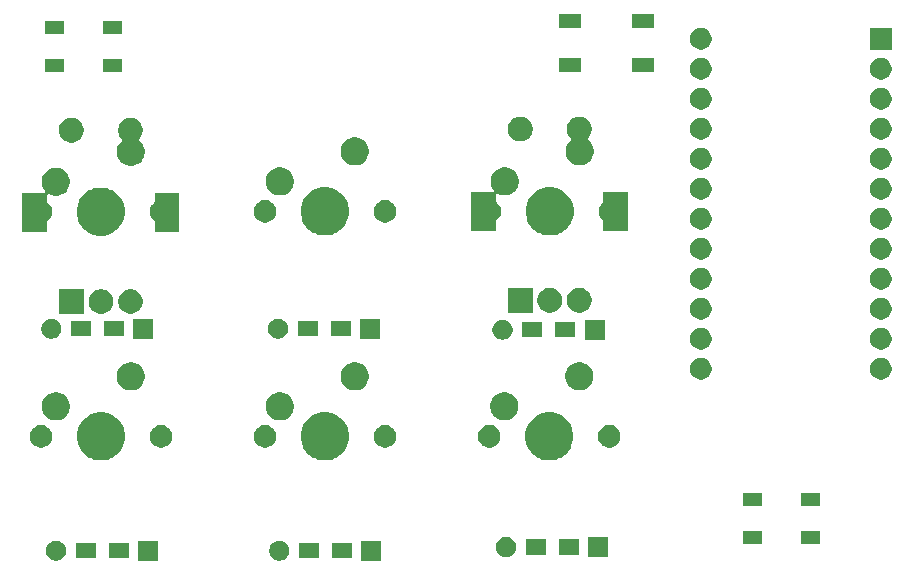
<source format=gbs>
G04 #@! TF.GenerationSoftware,KiCad,Pcbnew,(5.1.5)-3*
G04 #@! TF.CreationDate,2020-07-09T22:20:04+02:00*
G04 #@! TF.ProjectId,2x3_macropad,3278335f-6d61-4637-926f-7061642e6b69,rev?*
G04 #@! TF.SameCoordinates,Original*
G04 #@! TF.FileFunction,Soldermask,Bot*
G04 #@! TF.FilePolarity,Negative*
%FSLAX46Y46*%
G04 Gerber Fmt 4.6, Leading zero omitted, Abs format (unit mm)*
G04 Created by KiCad (PCBNEW (5.1.5)-3) date 2020-07-09 22:20:04*
%MOMM*%
%LPD*%
G04 APERTURE LIST*
%ADD10C,0.100000*%
G04 APERTURE END LIST*
D10*
G36*
X94251000Y-163251000D02*
G01*
X92549000Y-163251000D01*
X92549000Y-161549000D01*
X94251000Y-161549000D01*
X94251000Y-163251000D01*
G37*
G36*
X75351000Y-163251000D02*
G01*
X73649000Y-163251000D01*
X73649000Y-161549000D01*
X75351000Y-161549000D01*
X75351000Y-163251000D01*
G37*
G36*
X66948228Y-161581703D02*
G01*
X67103100Y-161645853D01*
X67242481Y-161738985D01*
X67361015Y-161857519D01*
X67454147Y-161996900D01*
X67518297Y-162151772D01*
X67551000Y-162316184D01*
X67551000Y-162483816D01*
X67518297Y-162648228D01*
X67454147Y-162803100D01*
X67361015Y-162942481D01*
X67242481Y-163061015D01*
X67103100Y-163154147D01*
X66948228Y-163218297D01*
X66783816Y-163251000D01*
X66616184Y-163251000D01*
X66451772Y-163218297D01*
X66296900Y-163154147D01*
X66157519Y-163061015D01*
X66038985Y-162942481D01*
X65945853Y-162803100D01*
X65881703Y-162648228D01*
X65849000Y-162483816D01*
X65849000Y-162316184D01*
X65881703Y-162151772D01*
X65945853Y-161996900D01*
X66038985Y-161857519D01*
X66157519Y-161738985D01*
X66296900Y-161645853D01*
X66451772Y-161581703D01*
X66616184Y-161549000D01*
X66783816Y-161549000D01*
X66948228Y-161581703D01*
G37*
G36*
X85848228Y-161581703D02*
G01*
X86003100Y-161645853D01*
X86142481Y-161738985D01*
X86261015Y-161857519D01*
X86354147Y-161996900D01*
X86418297Y-162151772D01*
X86451000Y-162316184D01*
X86451000Y-162483816D01*
X86418297Y-162648228D01*
X86354147Y-162803100D01*
X86261015Y-162942481D01*
X86142481Y-163061015D01*
X86003100Y-163154147D01*
X85848228Y-163218297D01*
X85683816Y-163251000D01*
X85516184Y-163251000D01*
X85351772Y-163218297D01*
X85196900Y-163154147D01*
X85057519Y-163061015D01*
X84938985Y-162942481D01*
X84845853Y-162803100D01*
X84781703Y-162648228D01*
X84749000Y-162483816D01*
X84749000Y-162316184D01*
X84781703Y-162151772D01*
X84845853Y-161996900D01*
X84938985Y-161857519D01*
X85057519Y-161738985D01*
X85196900Y-161645853D01*
X85351772Y-161581703D01*
X85516184Y-161549000D01*
X85683816Y-161549000D01*
X85848228Y-161581703D01*
G37*
G36*
X72851000Y-163051000D02*
G01*
X71149000Y-163051000D01*
X71149000Y-161749000D01*
X72851000Y-161749000D01*
X72851000Y-163051000D01*
G37*
G36*
X88951000Y-163051000D02*
G01*
X87249000Y-163051000D01*
X87249000Y-161749000D01*
X88951000Y-161749000D01*
X88951000Y-163051000D01*
G37*
G36*
X91751000Y-163051000D02*
G01*
X90049000Y-163051000D01*
X90049000Y-161749000D01*
X91751000Y-161749000D01*
X91751000Y-163051000D01*
G37*
G36*
X70051000Y-163051000D02*
G01*
X68349000Y-163051000D01*
X68349000Y-161749000D01*
X70051000Y-161749000D01*
X70051000Y-163051000D01*
G37*
G36*
X105048228Y-161281703D02*
G01*
X105203100Y-161345853D01*
X105342481Y-161438985D01*
X105461015Y-161557519D01*
X105554147Y-161696900D01*
X105618297Y-161851772D01*
X105651000Y-162016184D01*
X105651000Y-162183816D01*
X105618297Y-162348228D01*
X105554147Y-162503100D01*
X105461015Y-162642481D01*
X105342481Y-162761015D01*
X105203100Y-162854147D01*
X105048228Y-162918297D01*
X104883816Y-162951000D01*
X104716184Y-162951000D01*
X104551772Y-162918297D01*
X104396900Y-162854147D01*
X104257519Y-162761015D01*
X104138985Y-162642481D01*
X104045853Y-162503100D01*
X103981703Y-162348228D01*
X103949000Y-162183816D01*
X103949000Y-162016184D01*
X103981703Y-161851772D01*
X104045853Y-161696900D01*
X104138985Y-161557519D01*
X104257519Y-161438985D01*
X104396900Y-161345853D01*
X104551772Y-161281703D01*
X104716184Y-161249000D01*
X104883816Y-161249000D01*
X105048228Y-161281703D01*
G37*
G36*
X113451000Y-162951000D02*
G01*
X111749000Y-162951000D01*
X111749000Y-161249000D01*
X113451000Y-161249000D01*
X113451000Y-162951000D01*
G37*
G36*
X108151000Y-162751000D02*
G01*
X106449000Y-162751000D01*
X106449000Y-161449000D01*
X108151000Y-161449000D01*
X108151000Y-162751000D01*
G37*
G36*
X110951000Y-162751000D02*
G01*
X109249000Y-162751000D01*
X109249000Y-161449000D01*
X110951000Y-161449000D01*
X110951000Y-162751000D01*
G37*
G36*
X131351000Y-161851000D02*
G01*
X129749000Y-161851000D01*
X129749000Y-160749000D01*
X131351000Y-160749000D01*
X131351000Y-161851000D01*
G37*
G36*
X126451000Y-161851000D02*
G01*
X124849000Y-161851000D01*
X124849000Y-160749000D01*
X126451000Y-160749000D01*
X126451000Y-161851000D01*
G37*
G36*
X131351000Y-158651000D02*
G01*
X129749000Y-158651000D01*
X129749000Y-157549000D01*
X131351000Y-157549000D01*
X131351000Y-158651000D01*
G37*
G36*
X126451000Y-158651000D02*
G01*
X124849000Y-158651000D01*
X124849000Y-157549000D01*
X126451000Y-157549000D01*
X126451000Y-158651000D01*
G37*
G36*
X71096474Y-150751184D02*
G01*
X71314474Y-150841483D01*
X71468623Y-150905333D01*
X71803548Y-151129123D01*
X72088377Y-151413952D01*
X72312167Y-151748877D01*
X72334604Y-151803046D01*
X72466316Y-152121026D01*
X72544900Y-152516094D01*
X72544900Y-152918906D01*
X72466316Y-153313974D01*
X72376017Y-153531974D01*
X72312167Y-153686123D01*
X72088377Y-154021048D01*
X71803548Y-154305877D01*
X71468623Y-154529667D01*
X71314474Y-154593517D01*
X71096474Y-154683816D01*
X70701406Y-154762400D01*
X70298594Y-154762400D01*
X69903526Y-154683816D01*
X69685526Y-154593517D01*
X69531377Y-154529667D01*
X69196452Y-154305877D01*
X68911623Y-154021048D01*
X68687833Y-153686123D01*
X68623983Y-153531974D01*
X68533684Y-153313974D01*
X68455100Y-152918906D01*
X68455100Y-152516094D01*
X68533684Y-152121026D01*
X68665396Y-151803046D01*
X68687833Y-151748877D01*
X68911623Y-151413952D01*
X69196452Y-151129123D01*
X69531377Y-150905333D01*
X69685526Y-150841483D01*
X69903526Y-150751184D01*
X70298594Y-150672600D01*
X70701406Y-150672600D01*
X71096474Y-150751184D01*
G37*
G36*
X90056474Y-150751184D02*
G01*
X90274474Y-150841483D01*
X90428623Y-150905333D01*
X90763548Y-151129123D01*
X91048377Y-151413952D01*
X91272167Y-151748877D01*
X91294604Y-151803046D01*
X91426316Y-152121026D01*
X91504900Y-152516094D01*
X91504900Y-152918906D01*
X91426316Y-153313974D01*
X91336017Y-153531974D01*
X91272167Y-153686123D01*
X91048377Y-154021048D01*
X90763548Y-154305877D01*
X90428623Y-154529667D01*
X90274474Y-154593517D01*
X90056474Y-154683816D01*
X89661406Y-154762400D01*
X89258594Y-154762400D01*
X88863526Y-154683816D01*
X88645526Y-154593517D01*
X88491377Y-154529667D01*
X88156452Y-154305877D01*
X87871623Y-154021048D01*
X87647833Y-153686123D01*
X87583983Y-153531974D01*
X87493684Y-153313974D01*
X87415100Y-152918906D01*
X87415100Y-152516094D01*
X87493684Y-152121026D01*
X87625396Y-151803046D01*
X87647833Y-151748877D01*
X87871623Y-151413952D01*
X88156452Y-151129123D01*
X88491377Y-150905333D01*
X88645526Y-150841483D01*
X88863526Y-150751184D01*
X89258594Y-150672600D01*
X89661406Y-150672600D01*
X90056474Y-150751184D01*
G37*
G36*
X109056474Y-150751184D02*
G01*
X109274474Y-150841483D01*
X109428623Y-150905333D01*
X109763548Y-151129123D01*
X110048377Y-151413952D01*
X110272167Y-151748877D01*
X110294604Y-151803046D01*
X110426316Y-152121026D01*
X110504900Y-152516094D01*
X110504900Y-152918906D01*
X110426316Y-153313974D01*
X110336017Y-153531974D01*
X110272167Y-153686123D01*
X110048377Y-154021048D01*
X109763548Y-154305877D01*
X109428623Y-154529667D01*
X109274474Y-154593517D01*
X109056474Y-154683816D01*
X108661406Y-154762400D01*
X108258594Y-154762400D01*
X107863526Y-154683816D01*
X107645526Y-154593517D01*
X107491377Y-154529667D01*
X107156452Y-154305877D01*
X106871623Y-154021048D01*
X106647833Y-153686123D01*
X106583983Y-153531974D01*
X106493684Y-153313974D01*
X106415100Y-152918906D01*
X106415100Y-152516094D01*
X106493684Y-152121026D01*
X106625396Y-151803046D01*
X106647833Y-151748877D01*
X106871623Y-151413952D01*
X107156452Y-151129123D01*
X107491377Y-150905333D01*
X107645526Y-150841483D01*
X107863526Y-150751184D01*
X108258594Y-150672600D01*
X108661406Y-150672600D01*
X109056474Y-150751184D01*
G37*
G36*
X103657395Y-151803046D02*
G01*
X103830466Y-151874734D01*
X103830467Y-151874735D01*
X103986227Y-151978810D01*
X104118690Y-152111273D01*
X104171081Y-152189682D01*
X104222766Y-152267034D01*
X104294454Y-152440105D01*
X104331000Y-152623833D01*
X104331000Y-152811167D01*
X104294454Y-152994895D01*
X104222766Y-153167966D01*
X104222765Y-153167967D01*
X104118690Y-153323727D01*
X103986227Y-153456190D01*
X103907818Y-153508581D01*
X103830466Y-153560266D01*
X103657395Y-153631954D01*
X103473667Y-153668500D01*
X103286333Y-153668500D01*
X103102605Y-153631954D01*
X102929534Y-153560266D01*
X102852182Y-153508581D01*
X102773773Y-153456190D01*
X102641310Y-153323727D01*
X102537235Y-153167967D01*
X102537234Y-153167966D01*
X102465546Y-152994895D01*
X102429000Y-152811167D01*
X102429000Y-152623833D01*
X102465546Y-152440105D01*
X102537234Y-152267034D01*
X102588919Y-152189682D01*
X102641310Y-152111273D01*
X102773773Y-151978810D01*
X102929533Y-151874735D01*
X102929534Y-151874734D01*
X103102605Y-151803046D01*
X103286333Y-151766500D01*
X103473667Y-151766500D01*
X103657395Y-151803046D01*
G37*
G36*
X65697395Y-151803046D02*
G01*
X65870466Y-151874734D01*
X65870467Y-151874735D01*
X66026227Y-151978810D01*
X66158690Y-152111273D01*
X66211081Y-152189682D01*
X66262766Y-152267034D01*
X66334454Y-152440105D01*
X66371000Y-152623833D01*
X66371000Y-152811167D01*
X66334454Y-152994895D01*
X66262766Y-153167966D01*
X66262765Y-153167967D01*
X66158690Y-153323727D01*
X66026227Y-153456190D01*
X65947818Y-153508581D01*
X65870466Y-153560266D01*
X65697395Y-153631954D01*
X65513667Y-153668500D01*
X65326333Y-153668500D01*
X65142605Y-153631954D01*
X64969534Y-153560266D01*
X64892182Y-153508581D01*
X64813773Y-153456190D01*
X64681310Y-153323727D01*
X64577235Y-153167967D01*
X64577234Y-153167966D01*
X64505546Y-152994895D01*
X64469000Y-152811167D01*
X64469000Y-152623833D01*
X64505546Y-152440105D01*
X64577234Y-152267034D01*
X64628919Y-152189682D01*
X64681310Y-152111273D01*
X64813773Y-151978810D01*
X64969533Y-151874735D01*
X64969534Y-151874734D01*
X65142605Y-151803046D01*
X65326333Y-151766500D01*
X65513667Y-151766500D01*
X65697395Y-151803046D01*
G37*
G36*
X75857395Y-151803046D02*
G01*
X76030466Y-151874734D01*
X76030467Y-151874735D01*
X76186227Y-151978810D01*
X76318690Y-152111273D01*
X76371081Y-152189682D01*
X76422766Y-152267034D01*
X76494454Y-152440105D01*
X76531000Y-152623833D01*
X76531000Y-152811167D01*
X76494454Y-152994895D01*
X76422766Y-153167966D01*
X76422765Y-153167967D01*
X76318690Y-153323727D01*
X76186227Y-153456190D01*
X76107818Y-153508581D01*
X76030466Y-153560266D01*
X75857395Y-153631954D01*
X75673667Y-153668500D01*
X75486333Y-153668500D01*
X75302605Y-153631954D01*
X75129534Y-153560266D01*
X75052182Y-153508581D01*
X74973773Y-153456190D01*
X74841310Y-153323727D01*
X74737235Y-153167967D01*
X74737234Y-153167966D01*
X74665546Y-152994895D01*
X74629000Y-152811167D01*
X74629000Y-152623833D01*
X74665546Y-152440105D01*
X74737234Y-152267034D01*
X74788919Y-152189682D01*
X74841310Y-152111273D01*
X74973773Y-151978810D01*
X75129533Y-151874735D01*
X75129534Y-151874734D01*
X75302605Y-151803046D01*
X75486333Y-151766500D01*
X75673667Y-151766500D01*
X75857395Y-151803046D01*
G37*
G36*
X113817395Y-151803046D02*
G01*
X113990466Y-151874734D01*
X113990467Y-151874735D01*
X114146227Y-151978810D01*
X114278690Y-152111273D01*
X114331081Y-152189682D01*
X114382766Y-152267034D01*
X114454454Y-152440105D01*
X114491000Y-152623833D01*
X114491000Y-152811167D01*
X114454454Y-152994895D01*
X114382766Y-153167966D01*
X114382765Y-153167967D01*
X114278690Y-153323727D01*
X114146227Y-153456190D01*
X114067818Y-153508581D01*
X113990466Y-153560266D01*
X113817395Y-153631954D01*
X113633667Y-153668500D01*
X113446333Y-153668500D01*
X113262605Y-153631954D01*
X113089534Y-153560266D01*
X113012182Y-153508581D01*
X112933773Y-153456190D01*
X112801310Y-153323727D01*
X112697235Y-153167967D01*
X112697234Y-153167966D01*
X112625546Y-152994895D01*
X112589000Y-152811167D01*
X112589000Y-152623833D01*
X112625546Y-152440105D01*
X112697234Y-152267034D01*
X112748919Y-152189682D01*
X112801310Y-152111273D01*
X112933773Y-151978810D01*
X113089533Y-151874735D01*
X113089534Y-151874734D01*
X113262605Y-151803046D01*
X113446333Y-151766500D01*
X113633667Y-151766500D01*
X113817395Y-151803046D01*
G37*
G36*
X84657395Y-151803046D02*
G01*
X84830466Y-151874734D01*
X84830467Y-151874735D01*
X84986227Y-151978810D01*
X85118690Y-152111273D01*
X85171081Y-152189682D01*
X85222766Y-152267034D01*
X85294454Y-152440105D01*
X85331000Y-152623833D01*
X85331000Y-152811167D01*
X85294454Y-152994895D01*
X85222766Y-153167966D01*
X85222765Y-153167967D01*
X85118690Y-153323727D01*
X84986227Y-153456190D01*
X84907818Y-153508581D01*
X84830466Y-153560266D01*
X84657395Y-153631954D01*
X84473667Y-153668500D01*
X84286333Y-153668500D01*
X84102605Y-153631954D01*
X83929534Y-153560266D01*
X83852182Y-153508581D01*
X83773773Y-153456190D01*
X83641310Y-153323727D01*
X83537235Y-153167967D01*
X83537234Y-153167966D01*
X83465546Y-152994895D01*
X83429000Y-152811167D01*
X83429000Y-152623833D01*
X83465546Y-152440105D01*
X83537234Y-152267034D01*
X83588919Y-152189682D01*
X83641310Y-152111273D01*
X83773773Y-151978810D01*
X83929533Y-151874735D01*
X83929534Y-151874734D01*
X84102605Y-151803046D01*
X84286333Y-151766500D01*
X84473667Y-151766500D01*
X84657395Y-151803046D01*
G37*
G36*
X94817395Y-151803046D02*
G01*
X94990466Y-151874734D01*
X94990467Y-151874735D01*
X95146227Y-151978810D01*
X95278690Y-152111273D01*
X95331081Y-152189682D01*
X95382766Y-152267034D01*
X95454454Y-152440105D01*
X95491000Y-152623833D01*
X95491000Y-152811167D01*
X95454454Y-152994895D01*
X95382766Y-153167966D01*
X95382765Y-153167967D01*
X95278690Y-153323727D01*
X95146227Y-153456190D01*
X95067818Y-153508581D01*
X94990466Y-153560266D01*
X94817395Y-153631954D01*
X94633667Y-153668500D01*
X94446333Y-153668500D01*
X94262605Y-153631954D01*
X94089534Y-153560266D01*
X94012182Y-153508581D01*
X93933773Y-153456190D01*
X93801310Y-153323727D01*
X93697235Y-153167967D01*
X93697234Y-153167966D01*
X93625546Y-152994895D01*
X93589000Y-152811167D01*
X93589000Y-152623833D01*
X93625546Y-152440105D01*
X93697234Y-152267034D01*
X93748919Y-152189682D01*
X93801310Y-152111273D01*
X93933773Y-151978810D01*
X94089533Y-151874735D01*
X94089534Y-151874734D01*
X94262605Y-151803046D01*
X94446333Y-151766500D01*
X94633667Y-151766500D01*
X94817395Y-151803046D01*
G37*
G36*
X67038276Y-149029384D02*
G01*
X67255569Y-149119390D01*
X67255571Y-149119391D01*
X67451130Y-149250060D01*
X67617440Y-149416370D01*
X67748110Y-149611931D01*
X67838116Y-149829224D01*
X67884000Y-150059900D01*
X67884000Y-150295100D01*
X67838116Y-150525776D01*
X67777299Y-150672600D01*
X67748109Y-150743071D01*
X67617440Y-150938630D01*
X67451130Y-151104940D01*
X67255571Y-151235609D01*
X67255570Y-151235610D01*
X67255569Y-151235610D01*
X67038276Y-151325616D01*
X66807600Y-151371500D01*
X66572400Y-151371500D01*
X66341724Y-151325616D01*
X66124431Y-151235610D01*
X66124430Y-151235610D01*
X66124429Y-151235609D01*
X65928870Y-151104940D01*
X65762560Y-150938630D01*
X65631891Y-150743071D01*
X65602701Y-150672600D01*
X65541884Y-150525776D01*
X65496000Y-150295100D01*
X65496000Y-150059900D01*
X65541884Y-149829224D01*
X65631890Y-149611931D01*
X65762560Y-149416370D01*
X65928870Y-149250060D01*
X66124429Y-149119391D01*
X66124431Y-149119390D01*
X66341724Y-149029384D01*
X66572400Y-148983500D01*
X66807600Y-148983500D01*
X67038276Y-149029384D01*
G37*
G36*
X104998276Y-149029384D02*
G01*
X105215569Y-149119390D01*
X105215571Y-149119391D01*
X105411130Y-149250060D01*
X105577440Y-149416370D01*
X105708110Y-149611931D01*
X105798116Y-149829224D01*
X105844000Y-150059900D01*
X105844000Y-150295100D01*
X105798116Y-150525776D01*
X105737299Y-150672600D01*
X105708109Y-150743071D01*
X105577440Y-150938630D01*
X105411130Y-151104940D01*
X105215571Y-151235609D01*
X105215570Y-151235610D01*
X105215569Y-151235610D01*
X104998276Y-151325616D01*
X104767600Y-151371500D01*
X104532400Y-151371500D01*
X104301724Y-151325616D01*
X104084431Y-151235610D01*
X104084430Y-151235610D01*
X104084429Y-151235609D01*
X103888870Y-151104940D01*
X103722560Y-150938630D01*
X103591891Y-150743071D01*
X103562701Y-150672600D01*
X103501884Y-150525776D01*
X103456000Y-150295100D01*
X103456000Y-150059900D01*
X103501884Y-149829224D01*
X103591890Y-149611931D01*
X103722560Y-149416370D01*
X103888870Y-149250060D01*
X104084429Y-149119391D01*
X104084431Y-149119390D01*
X104301724Y-149029384D01*
X104532400Y-148983500D01*
X104767600Y-148983500D01*
X104998276Y-149029384D01*
G37*
G36*
X85998276Y-149029384D02*
G01*
X86215569Y-149119390D01*
X86215571Y-149119391D01*
X86411130Y-149250060D01*
X86577440Y-149416370D01*
X86708110Y-149611931D01*
X86798116Y-149829224D01*
X86844000Y-150059900D01*
X86844000Y-150295100D01*
X86798116Y-150525776D01*
X86737299Y-150672600D01*
X86708109Y-150743071D01*
X86577440Y-150938630D01*
X86411130Y-151104940D01*
X86215571Y-151235609D01*
X86215570Y-151235610D01*
X86215569Y-151235610D01*
X85998276Y-151325616D01*
X85767600Y-151371500D01*
X85532400Y-151371500D01*
X85301724Y-151325616D01*
X85084431Y-151235610D01*
X85084430Y-151235610D01*
X85084429Y-151235609D01*
X84888870Y-151104940D01*
X84722560Y-150938630D01*
X84591891Y-150743071D01*
X84562701Y-150672600D01*
X84501884Y-150525776D01*
X84456000Y-150295100D01*
X84456000Y-150059900D01*
X84501884Y-149829224D01*
X84591890Y-149611931D01*
X84722560Y-149416370D01*
X84888870Y-149250060D01*
X85084429Y-149119391D01*
X85084431Y-149119390D01*
X85301724Y-149029384D01*
X85532400Y-148983500D01*
X85767600Y-148983500D01*
X85998276Y-149029384D01*
G37*
G36*
X73388276Y-146489384D02*
G01*
X73605569Y-146579390D01*
X73605571Y-146579391D01*
X73801130Y-146710060D01*
X73967440Y-146876370D01*
X74098110Y-147071931D01*
X74188116Y-147289224D01*
X74234000Y-147519900D01*
X74234000Y-147755100D01*
X74188116Y-147985776D01*
X74098110Y-148203069D01*
X74098109Y-148203071D01*
X73967440Y-148398630D01*
X73801130Y-148564940D01*
X73605571Y-148695609D01*
X73605570Y-148695610D01*
X73605569Y-148695610D01*
X73388276Y-148785616D01*
X73157600Y-148831500D01*
X72922400Y-148831500D01*
X72691724Y-148785616D01*
X72474431Y-148695610D01*
X72474430Y-148695610D01*
X72474429Y-148695609D01*
X72278870Y-148564940D01*
X72112560Y-148398630D01*
X71981891Y-148203071D01*
X71981890Y-148203069D01*
X71891884Y-147985776D01*
X71846000Y-147755100D01*
X71846000Y-147519900D01*
X71891884Y-147289224D01*
X71981890Y-147071931D01*
X72112560Y-146876370D01*
X72278870Y-146710060D01*
X72474429Y-146579391D01*
X72474431Y-146579390D01*
X72691724Y-146489384D01*
X72922400Y-146443500D01*
X73157600Y-146443500D01*
X73388276Y-146489384D01*
G37*
G36*
X111348276Y-146489384D02*
G01*
X111565569Y-146579390D01*
X111565571Y-146579391D01*
X111761130Y-146710060D01*
X111927440Y-146876370D01*
X112058110Y-147071931D01*
X112148116Y-147289224D01*
X112194000Y-147519900D01*
X112194000Y-147755100D01*
X112148116Y-147985776D01*
X112058110Y-148203069D01*
X112058109Y-148203071D01*
X111927440Y-148398630D01*
X111761130Y-148564940D01*
X111565571Y-148695609D01*
X111565570Y-148695610D01*
X111565569Y-148695610D01*
X111348276Y-148785616D01*
X111117600Y-148831500D01*
X110882400Y-148831500D01*
X110651724Y-148785616D01*
X110434431Y-148695610D01*
X110434430Y-148695610D01*
X110434429Y-148695609D01*
X110238870Y-148564940D01*
X110072560Y-148398630D01*
X109941891Y-148203071D01*
X109941890Y-148203069D01*
X109851884Y-147985776D01*
X109806000Y-147755100D01*
X109806000Y-147519900D01*
X109851884Y-147289224D01*
X109941890Y-147071931D01*
X110072560Y-146876370D01*
X110238870Y-146710060D01*
X110434429Y-146579391D01*
X110434431Y-146579390D01*
X110651724Y-146489384D01*
X110882400Y-146443500D01*
X111117600Y-146443500D01*
X111348276Y-146489384D01*
G37*
G36*
X92348276Y-146489384D02*
G01*
X92565569Y-146579390D01*
X92565571Y-146579391D01*
X92761130Y-146710060D01*
X92927440Y-146876370D01*
X93058110Y-147071931D01*
X93148116Y-147289224D01*
X93194000Y-147519900D01*
X93194000Y-147755100D01*
X93148116Y-147985776D01*
X93058110Y-148203069D01*
X93058109Y-148203071D01*
X92927440Y-148398630D01*
X92761130Y-148564940D01*
X92565571Y-148695609D01*
X92565570Y-148695610D01*
X92565569Y-148695610D01*
X92348276Y-148785616D01*
X92117600Y-148831500D01*
X91882400Y-148831500D01*
X91651724Y-148785616D01*
X91434431Y-148695610D01*
X91434430Y-148695610D01*
X91434429Y-148695609D01*
X91238870Y-148564940D01*
X91072560Y-148398630D01*
X90941891Y-148203071D01*
X90941890Y-148203069D01*
X90851884Y-147985776D01*
X90806000Y-147755100D01*
X90806000Y-147519900D01*
X90851884Y-147289224D01*
X90941890Y-147071931D01*
X91072560Y-146876370D01*
X91238870Y-146710060D01*
X91434429Y-146579391D01*
X91434431Y-146579390D01*
X91651724Y-146489384D01*
X91882400Y-146443500D01*
X92117600Y-146443500D01*
X92348276Y-146489384D01*
G37*
G36*
X136795483Y-146110835D02*
G01*
X136964240Y-146180736D01*
X137116118Y-146282218D01*
X137245282Y-146411382D01*
X137346764Y-146563260D01*
X137416665Y-146732017D01*
X137452300Y-146911168D01*
X137452300Y-147093832D01*
X137416665Y-147272983D01*
X137346764Y-147441740D01*
X137245282Y-147593618D01*
X137116118Y-147722782D01*
X136964240Y-147824264D01*
X136795483Y-147894165D01*
X136616332Y-147929800D01*
X136433668Y-147929800D01*
X136254517Y-147894165D01*
X136085760Y-147824264D01*
X135933882Y-147722782D01*
X135804718Y-147593618D01*
X135703236Y-147441740D01*
X135633335Y-147272983D01*
X135597700Y-147093832D01*
X135597700Y-146911168D01*
X135633335Y-146732017D01*
X135703236Y-146563260D01*
X135804718Y-146411382D01*
X135933882Y-146282218D01*
X136085760Y-146180736D01*
X136254517Y-146110835D01*
X136433668Y-146075200D01*
X136616332Y-146075200D01*
X136795483Y-146110835D01*
G37*
G36*
X121555483Y-146110835D02*
G01*
X121724240Y-146180736D01*
X121876118Y-146282218D01*
X122005282Y-146411382D01*
X122106764Y-146563260D01*
X122176665Y-146732017D01*
X122212300Y-146911168D01*
X122212300Y-147093832D01*
X122176665Y-147272983D01*
X122106764Y-147441740D01*
X122005282Y-147593618D01*
X121876118Y-147722782D01*
X121724240Y-147824264D01*
X121555483Y-147894165D01*
X121376332Y-147929800D01*
X121193668Y-147929800D01*
X121014517Y-147894165D01*
X120845760Y-147824264D01*
X120693882Y-147722782D01*
X120564718Y-147593618D01*
X120463236Y-147441740D01*
X120393335Y-147272983D01*
X120357700Y-147093832D01*
X120357700Y-146911168D01*
X120393335Y-146732017D01*
X120463236Y-146563260D01*
X120564718Y-146411382D01*
X120693882Y-146282218D01*
X120845760Y-146180736D01*
X121014517Y-146110835D01*
X121193668Y-146075200D01*
X121376332Y-146075200D01*
X121555483Y-146110835D01*
G37*
G36*
X136795483Y-143570835D02*
G01*
X136964240Y-143640736D01*
X137116118Y-143742218D01*
X137245282Y-143871382D01*
X137346764Y-144023260D01*
X137416665Y-144192017D01*
X137452300Y-144371168D01*
X137452300Y-144553832D01*
X137416665Y-144732983D01*
X137346764Y-144901740D01*
X137245282Y-145053618D01*
X137116118Y-145182782D01*
X136964240Y-145284264D01*
X136795483Y-145354165D01*
X136616332Y-145389800D01*
X136433668Y-145389800D01*
X136254517Y-145354165D01*
X136085760Y-145284264D01*
X135933882Y-145182782D01*
X135804718Y-145053618D01*
X135703236Y-144901740D01*
X135633335Y-144732983D01*
X135597700Y-144553832D01*
X135597700Y-144371168D01*
X135633335Y-144192017D01*
X135703236Y-144023260D01*
X135804718Y-143871382D01*
X135933882Y-143742218D01*
X136085760Y-143640736D01*
X136254517Y-143570835D01*
X136433668Y-143535200D01*
X136616332Y-143535200D01*
X136795483Y-143570835D01*
G37*
G36*
X121555483Y-143570835D02*
G01*
X121724240Y-143640736D01*
X121876118Y-143742218D01*
X122005282Y-143871382D01*
X122106764Y-144023260D01*
X122176665Y-144192017D01*
X122212300Y-144371168D01*
X122212300Y-144553832D01*
X122176665Y-144732983D01*
X122106764Y-144901740D01*
X122005282Y-145053618D01*
X121876118Y-145182782D01*
X121724240Y-145284264D01*
X121555483Y-145354165D01*
X121376332Y-145389800D01*
X121193668Y-145389800D01*
X121014517Y-145354165D01*
X120845760Y-145284264D01*
X120693882Y-145182782D01*
X120564718Y-145053618D01*
X120463236Y-144901740D01*
X120393335Y-144732983D01*
X120357700Y-144553832D01*
X120357700Y-144371168D01*
X120393335Y-144192017D01*
X120463236Y-144023260D01*
X120564718Y-143871382D01*
X120693882Y-143742218D01*
X120845760Y-143640736D01*
X121014517Y-143570835D01*
X121193668Y-143535200D01*
X121376332Y-143535200D01*
X121555483Y-143570835D01*
G37*
G36*
X113151000Y-144551000D02*
G01*
X111449000Y-144551000D01*
X111449000Y-142849000D01*
X113151000Y-142849000D01*
X113151000Y-144551000D01*
G37*
G36*
X104748228Y-142881703D02*
G01*
X104903100Y-142945853D01*
X105042481Y-143038985D01*
X105161015Y-143157519D01*
X105254147Y-143296900D01*
X105318297Y-143451772D01*
X105351000Y-143616184D01*
X105351000Y-143783816D01*
X105318297Y-143948228D01*
X105254147Y-144103100D01*
X105161015Y-144242481D01*
X105042481Y-144361015D01*
X104903100Y-144454147D01*
X104748228Y-144518297D01*
X104583816Y-144551000D01*
X104416184Y-144551000D01*
X104251772Y-144518297D01*
X104096900Y-144454147D01*
X103957519Y-144361015D01*
X103838985Y-144242481D01*
X103745853Y-144103100D01*
X103681703Y-143948228D01*
X103649000Y-143783816D01*
X103649000Y-143616184D01*
X103681703Y-143451772D01*
X103745853Y-143296900D01*
X103838985Y-143157519D01*
X103957519Y-143038985D01*
X104096900Y-142945853D01*
X104251772Y-142881703D01*
X104416184Y-142849000D01*
X104583816Y-142849000D01*
X104748228Y-142881703D01*
G37*
G36*
X85748228Y-142781703D02*
G01*
X85903100Y-142845853D01*
X86042481Y-142938985D01*
X86161015Y-143057519D01*
X86254147Y-143196900D01*
X86318297Y-143351772D01*
X86351000Y-143516184D01*
X86351000Y-143683816D01*
X86318297Y-143848228D01*
X86254147Y-144003100D01*
X86161015Y-144142481D01*
X86042481Y-144261015D01*
X85903100Y-144354147D01*
X85748228Y-144418297D01*
X85583816Y-144451000D01*
X85416184Y-144451000D01*
X85251772Y-144418297D01*
X85096900Y-144354147D01*
X84957519Y-144261015D01*
X84838985Y-144142481D01*
X84745853Y-144003100D01*
X84681703Y-143848228D01*
X84649000Y-143683816D01*
X84649000Y-143516184D01*
X84681703Y-143351772D01*
X84745853Y-143196900D01*
X84838985Y-143057519D01*
X84957519Y-142938985D01*
X85096900Y-142845853D01*
X85251772Y-142781703D01*
X85416184Y-142749000D01*
X85583816Y-142749000D01*
X85748228Y-142781703D01*
G37*
G36*
X94151000Y-144451000D02*
G01*
X92449000Y-144451000D01*
X92449000Y-142749000D01*
X94151000Y-142749000D01*
X94151000Y-144451000D01*
G37*
G36*
X74951000Y-144451000D02*
G01*
X73249000Y-144451000D01*
X73249000Y-142749000D01*
X74951000Y-142749000D01*
X74951000Y-144451000D01*
G37*
G36*
X66548228Y-142781703D02*
G01*
X66703100Y-142845853D01*
X66842481Y-142938985D01*
X66961015Y-143057519D01*
X67054147Y-143196900D01*
X67118297Y-143351772D01*
X67151000Y-143516184D01*
X67151000Y-143683816D01*
X67118297Y-143848228D01*
X67054147Y-144003100D01*
X66961015Y-144142481D01*
X66842481Y-144261015D01*
X66703100Y-144354147D01*
X66548228Y-144418297D01*
X66383816Y-144451000D01*
X66216184Y-144451000D01*
X66051772Y-144418297D01*
X65896900Y-144354147D01*
X65757519Y-144261015D01*
X65638985Y-144142481D01*
X65545853Y-144003100D01*
X65481703Y-143848228D01*
X65449000Y-143683816D01*
X65449000Y-143516184D01*
X65481703Y-143351772D01*
X65545853Y-143196900D01*
X65638985Y-143057519D01*
X65757519Y-142938985D01*
X65896900Y-142845853D01*
X66051772Y-142781703D01*
X66216184Y-142749000D01*
X66383816Y-142749000D01*
X66548228Y-142781703D01*
G37*
G36*
X110651000Y-144351000D02*
G01*
X108949000Y-144351000D01*
X108949000Y-143049000D01*
X110651000Y-143049000D01*
X110651000Y-144351000D01*
G37*
G36*
X107851000Y-144351000D02*
G01*
X106149000Y-144351000D01*
X106149000Y-143049000D01*
X107851000Y-143049000D01*
X107851000Y-144351000D01*
G37*
G36*
X69651000Y-144251000D02*
G01*
X67949000Y-144251000D01*
X67949000Y-142949000D01*
X69651000Y-142949000D01*
X69651000Y-144251000D01*
G37*
G36*
X91651000Y-144251000D02*
G01*
X89949000Y-144251000D01*
X89949000Y-142949000D01*
X91651000Y-142949000D01*
X91651000Y-144251000D01*
G37*
G36*
X72451000Y-144251000D02*
G01*
X70749000Y-144251000D01*
X70749000Y-142949000D01*
X72451000Y-142949000D01*
X72451000Y-144251000D01*
G37*
G36*
X88851000Y-144251000D02*
G01*
X87149000Y-144251000D01*
X87149000Y-142949000D01*
X88851000Y-142949000D01*
X88851000Y-144251000D01*
G37*
G36*
X121555483Y-141030835D02*
G01*
X121724240Y-141100736D01*
X121876118Y-141202218D01*
X122005282Y-141331382D01*
X122106764Y-141483260D01*
X122176665Y-141652017D01*
X122212300Y-141831168D01*
X122212300Y-142013832D01*
X122176665Y-142192983D01*
X122106764Y-142361740D01*
X122005282Y-142513618D01*
X121876118Y-142642782D01*
X121724240Y-142744264D01*
X121555483Y-142814165D01*
X121376332Y-142849800D01*
X121193668Y-142849800D01*
X121014517Y-142814165D01*
X120845760Y-142744264D01*
X120693882Y-142642782D01*
X120564718Y-142513618D01*
X120463236Y-142361740D01*
X120393335Y-142192983D01*
X120357700Y-142013832D01*
X120357700Y-141831168D01*
X120393335Y-141652017D01*
X120463236Y-141483260D01*
X120564718Y-141331382D01*
X120693882Y-141202218D01*
X120845760Y-141100736D01*
X121014517Y-141030835D01*
X121193668Y-140995200D01*
X121376332Y-140995200D01*
X121555483Y-141030835D01*
G37*
G36*
X136795483Y-141030835D02*
G01*
X136964240Y-141100736D01*
X137116118Y-141202218D01*
X137245282Y-141331382D01*
X137346764Y-141483260D01*
X137416665Y-141652017D01*
X137452300Y-141831168D01*
X137452300Y-142013832D01*
X137416665Y-142192983D01*
X137346764Y-142361740D01*
X137245282Y-142513618D01*
X137116118Y-142642782D01*
X136964240Y-142744264D01*
X136795483Y-142814165D01*
X136616332Y-142849800D01*
X136433668Y-142849800D01*
X136254517Y-142814165D01*
X136085760Y-142744264D01*
X135933882Y-142642782D01*
X135804718Y-142513618D01*
X135703236Y-142361740D01*
X135633335Y-142192983D01*
X135597700Y-142013832D01*
X135597700Y-141831168D01*
X135633335Y-141652017D01*
X135703236Y-141483260D01*
X135804718Y-141331382D01*
X135933882Y-141202218D01*
X136085760Y-141100736D01*
X136254517Y-141030835D01*
X136433668Y-140995200D01*
X136616332Y-140995200D01*
X136795483Y-141030835D01*
G37*
G36*
X69051000Y-142351000D02*
G01*
X66949000Y-142351000D01*
X66949000Y-140249000D01*
X69051000Y-140249000D01*
X69051000Y-142351000D01*
G37*
G36*
X70806564Y-140289389D02*
G01*
X70997833Y-140368615D01*
X70997835Y-140368616D01*
X71169973Y-140483635D01*
X71316365Y-140630027D01*
X71431385Y-140802167D01*
X71510611Y-140993436D01*
X71551000Y-141196484D01*
X71551000Y-141403516D01*
X71510611Y-141606564D01*
X71472806Y-141697833D01*
X71431384Y-141797835D01*
X71316365Y-141969973D01*
X71169973Y-142116365D01*
X70997835Y-142231384D01*
X70997834Y-142231385D01*
X70997833Y-142231385D01*
X70806564Y-142310611D01*
X70603516Y-142351000D01*
X70396484Y-142351000D01*
X70193436Y-142310611D01*
X70002167Y-142231385D01*
X70002166Y-142231385D01*
X70002165Y-142231384D01*
X69830027Y-142116365D01*
X69683635Y-141969973D01*
X69568616Y-141797835D01*
X69527194Y-141697833D01*
X69489389Y-141606564D01*
X69449000Y-141403516D01*
X69449000Y-141196484D01*
X69489389Y-140993436D01*
X69568615Y-140802167D01*
X69683635Y-140630027D01*
X69830027Y-140483635D01*
X70002165Y-140368616D01*
X70002167Y-140368615D01*
X70193436Y-140289389D01*
X70396484Y-140249000D01*
X70603516Y-140249000D01*
X70806564Y-140289389D01*
G37*
G36*
X73306564Y-140289389D02*
G01*
X73497833Y-140368615D01*
X73497835Y-140368616D01*
X73669973Y-140483635D01*
X73816365Y-140630027D01*
X73931385Y-140802167D01*
X74010611Y-140993436D01*
X74051000Y-141196484D01*
X74051000Y-141403516D01*
X74010611Y-141606564D01*
X73972806Y-141697833D01*
X73931384Y-141797835D01*
X73816365Y-141969973D01*
X73669973Y-142116365D01*
X73497835Y-142231384D01*
X73497834Y-142231385D01*
X73497833Y-142231385D01*
X73306564Y-142310611D01*
X73103516Y-142351000D01*
X72896484Y-142351000D01*
X72693436Y-142310611D01*
X72502167Y-142231385D01*
X72502166Y-142231385D01*
X72502165Y-142231384D01*
X72330027Y-142116365D01*
X72183635Y-141969973D01*
X72068616Y-141797835D01*
X72027194Y-141697833D01*
X71989389Y-141606564D01*
X71949000Y-141403516D01*
X71949000Y-141196484D01*
X71989389Y-140993436D01*
X72068615Y-140802167D01*
X72183635Y-140630027D01*
X72330027Y-140483635D01*
X72502165Y-140368616D01*
X72502167Y-140368615D01*
X72693436Y-140289389D01*
X72896484Y-140249000D01*
X73103516Y-140249000D01*
X73306564Y-140289389D01*
G37*
G36*
X111306564Y-140189389D02*
G01*
X111497833Y-140268615D01*
X111497835Y-140268616D01*
X111528924Y-140289389D01*
X111669973Y-140383635D01*
X111816365Y-140530027D01*
X111931385Y-140702167D01*
X112010611Y-140893436D01*
X112051000Y-141096484D01*
X112051000Y-141303516D01*
X112010611Y-141506564D01*
X111931385Y-141697833D01*
X111931384Y-141697835D01*
X111816365Y-141869973D01*
X111669973Y-142016365D01*
X111497835Y-142131384D01*
X111497834Y-142131385D01*
X111497833Y-142131385D01*
X111306564Y-142210611D01*
X111103516Y-142251000D01*
X110896484Y-142251000D01*
X110693436Y-142210611D01*
X110502167Y-142131385D01*
X110502166Y-142131385D01*
X110502165Y-142131384D01*
X110330027Y-142016365D01*
X110183635Y-141869973D01*
X110068616Y-141697835D01*
X110068615Y-141697833D01*
X109989389Y-141506564D01*
X109949000Y-141303516D01*
X109949000Y-141096484D01*
X109989389Y-140893436D01*
X110068615Y-140702167D01*
X110183635Y-140530027D01*
X110330027Y-140383635D01*
X110471076Y-140289389D01*
X110502165Y-140268616D01*
X110502167Y-140268615D01*
X110693436Y-140189389D01*
X110896484Y-140149000D01*
X111103516Y-140149000D01*
X111306564Y-140189389D01*
G37*
G36*
X108806564Y-140189389D02*
G01*
X108997833Y-140268615D01*
X108997835Y-140268616D01*
X109028924Y-140289389D01*
X109169973Y-140383635D01*
X109316365Y-140530027D01*
X109431385Y-140702167D01*
X109510611Y-140893436D01*
X109551000Y-141096484D01*
X109551000Y-141303516D01*
X109510611Y-141506564D01*
X109431385Y-141697833D01*
X109431384Y-141697835D01*
X109316365Y-141869973D01*
X109169973Y-142016365D01*
X108997835Y-142131384D01*
X108997834Y-142131385D01*
X108997833Y-142131385D01*
X108806564Y-142210611D01*
X108603516Y-142251000D01*
X108396484Y-142251000D01*
X108193436Y-142210611D01*
X108002167Y-142131385D01*
X108002166Y-142131385D01*
X108002165Y-142131384D01*
X107830027Y-142016365D01*
X107683635Y-141869973D01*
X107568616Y-141697835D01*
X107568615Y-141697833D01*
X107489389Y-141506564D01*
X107449000Y-141303516D01*
X107449000Y-141096484D01*
X107489389Y-140893436D01*
X107568615Y-140702167D01*
X107683635Y-140530027D01*
X107830027Y-140383635D01*
X107971076Y-140289389D01*
X108002165Y-140268616D01*
X108002167Y-140268615D01*
X108193436Y-140189389D01*
X108396484Y-140149000D01*
X108603516Y-140149000D01*
X108806564Y-140189389D01*
G37*
G36*
X107051000Y-142251000D02*
G01*
X104949000Y-142251000D01*
X104949000Y-140149000D01*
X107051000Y-140149000D01*
X107051000Y-142251000D01*
G37*
G36*
X121555483Y-138490835D02*
G01*
X121724240Y-138560736D01*
X121876118Y-138662218D01*
X122005282Y-138791382D01*
X122106764Y-138943260D01*
X122176665Y-139112017D01*
X122212300Y-139291168D01*
X122212300Y-139473832D01*
X122176665Y-139652983D01*
X122106764Y-139821740D01*
X122005282Y-139973618D01*
X121876118Y-140102782D01*
X121724240Y-140204264D01*
X121555483Y-140274165D01*
X121376332Y-140309800D01*
X121193668Y-140309800D01*
X121014517Y-140274165D01*
X120845760Y-140204264D01*
X120693882Y-140102782D01*
X120564718Y-139973618D01*
X120463236Y-139821740D01*
X120393335Y-139652983D01*
X120357700Y-139473832D01*
X120357700Y-139291168D01*
X120393335Y-139112017D01*
X120463236Y-138943260D01*
X120564718Y-138791382D01*
X120693882Y-138662218D01*
X120845760Y-138560736D01*
X121014517Y-138490835D01*
X121193668Y-138455200D01*
X121376332Y-138455200D01*
X121555483Y-138490835D01*
G37*
G36*
X136795483Y-138490835D02*
G01*
X136964240Y-138560736D01*
X137116118Y-138662218D01*
X137245282Y-138791382D01*
X137346764Y-138943260D01*
X137416665Y-139112017D01*
X137452300Y-139291168D01*
X137452300Y-139473832D01*
X137416665Y-139652983D01*
X137346764Y-139821740D01*
X137245282Y-139973618D01*
X137116118Y-140102782D01*
X136964240Y-140204264D01*
X136795483Y-140274165D01*
X136616332Y-140309800D01*
X136433668Y-140309800D01*
X136254517Y-140274165D01*
X136085760Y-140204264D01*
X135933882Y-140102782D01*
X135804718Y-139973618D01*
X135703236Y-139821740D01*
X135633335Y-139652983D01*
X135597700Y-139473832D01*
X135597700Y-139291168D01*
X135633335Y-139112017D01*
X135703236Y-138943260D01*
X135804718Y-138791382D01*
X135933882Y-138662218D01*
X136085760Y-138560736D01*
X136254517Y-138490835D01*
X136433668Y-138455200D01*
X136616332Y-138455200D01*
X136795483Y-138490835D01*
G37*
G36*
X136795483Y-135950835D02*
G01*
X136964240Y-136020736D01*
X137116118Y-136122218D01*
X137245282Y-136251382D01*
X137346764Y-136403260D01*
X137416665Y-136572017D01*
X137452300Y-136751168D01*
X137452300Y-136933832D01*
X137416665Y-137112983D01*
X137346764Y-137281740D01*
X137245282Y-137433618D01*
X137116118Y-137562782D01*
X136964240Y-137664264D01*
X136795483Y-137734165D01*
X136616332Y-137769800D01*
X136433668Y-137769800D01*
X136254517Y-137734165D01*
X136085760Y-137664264D01*
X135933882Y-137562782D01*
X135804718Y-137433618D01*
X135703236Y-137281740D01*
X135633335Y-137112983D01*
X135597700Y-136933832D01*
X135597700Y-136751168D01*
X135633335Y-136572017D01*
X135703236Y-136403260D01*
X135804718Y-136251382D01*
X135933882Y-136122218D01*
X136085760Y-136020736D01*
X136254517Y-135950835D01*
X136433668Y-135915200D01*
X136616332Y-135915200D01*
X136795483Y-135950835D01*
G37*
G36*
X121555483Y-135950835D02*
G01*
X121724240Y-136020736D01*
X121876118Y-136122218D01*
X122005282Y-136251382D01*
X122106764Y-136403260D01*
X122176665Y-136572017D01*
X122212300Y-136751168D01*
X122212300Y-136933832D01*
X122176665Y-137112983D01*
X122106764Y-137281740D01*
X122005282Y-137433618D01*
X121876118Y-137562782D01*
X121724240Y-137664264D01*
X121555483Y-137734165D01*
X121376332Y-137769800D01*
X121193668Y-137769800D01*
X121014517Y-137734165D01*
X120845760Y-137664264D01*
X120693882Y-137562782D01*
X120564718Y-137433618D01*
X120463236Y-137281740D01*
X120393335Y-137112983D01*
X120357700Y-136933832D01*
X120357700Y-136751168D01*
X120393335Y-136572017D01*
X120463236Y-136403260D01*
X120564718Y-136251382D01*
X120693882Y-136122218D01*
X120845760Y-136020736D01*
X121014517Y-135950835D01*
X121193668Y-135915200D01*
X121376332Y-135915200D01*
X121555483Y-135950835D01*
G37*
G36*
X71081474Y-131733684D02*
G01*
X71299474Y-131823983D01*
X71453623Y-131887833D01*
X71788548Y-132111623D01*
X72073377Y-132396452D01*
X72297167Y-132731377D01*
X72335837Y-132824735D01*
X72451316Y-133103526D01*
X72529900Y-133498594D01*
X72529900Y-133901406D01*
X72451316Y-134296474D01*
X72377189Y-134475432D01*
X72297167Y-134668623D01*
X72073377Y-135003548D01*
X71788548Y-135288377D01*
X71453623Y-135512167D01*
X71299474Y-135576017D01*
X71081474Y-135666316D01*
X70686406Y-135744900D01*
X70283594Y-135744900D01*
X69888526Y-135666316D01*
X69670526Y-135576017D01*
X69516377Y-135512167D01*
X69181452Y-135288377D01*
X68896623Y-135003548D01*
X68672833Y-134668623D01*
X68592811Y-134475432D01*
X68518684Y-134296474D01*
X68440100Y-133901406D01*
X68440100Y-133498594D01*
X68518684Y-133103526D01*
X68634163Y-132824735D01*
X68672833Y-132731377D01*
X68896623Y-132396452D01*
X69181452Y-132111623D01*
X69516377Y-131887833D01*
X69670526Y-131823983D01*
X69888526Y-131733684D01*
X70283594Y-131655100D01*
X70686406Y-131655100D01*
X71081474Y-131733684D01*
G37*
G36*
X90056474Y-131701184D02*
G01*
X90274474Y-131791483D01*
X90428623Y-131855333D01*
X90763548Y-132079123D01*
X91048377Y-132363952D01*
X91272167Y-132698877D01*
X91294604Y-132753046D01*
X91426316Y-133071026D01*
X91504900Y-133466094D01*
X91504900Y-133868906D01*
X91426316Y-134263974D01*
X91367407Y-134406192D01*
X91272167Y-134636123D01*
X91048377Y-134971048D01*
X90763548Y-135255877D01*
X90428623Y-135479667D01*
X90274474Y-135543517D01*
X90056474Y-135633816D01*
X89661406Y-135712400D01*
X89258594Y-135712400D01*
X88863526Y-135633816D01*
X88645526Y-135543517D01*
X88491377Y-135479667D01*
X88156452Y-135255877D01*
X87871623Y-134971048D01*
X87647833Y-134636123D01*
X87552593Y-134406192D01*
X87493684Y-134263974D01*
X87415100Y-133868906D01*
X87415100Y-133466094D01*
X87493684Y-133071026D01*
X87625396Y-132753046D01*
X87647833Y-132698877D01*
X87871623Y-132363952D01*
X88156452Y-132079123D01*
X88491377Y-131855333D01*
X88645526Y-131791483D01*
X88863526Y-131701184D01*
X89258594Y-131622600D01*
X89661406Y-131622600D01*
X90056474Y-131701184D01*
G37*
G36*
X109096474Y-131701184D02*
G01*
X109314474Y-131791483D01*
X109468623Y-131855333D01*
X109803548Y-132079123D01*
X110088377Y-132363952D01*
X110312167Y-132698877D01*
X110334604Y-132753046D01*
X110466316Y-133071026D01*
X110544900Y-133466094D01*
X110544900Y-133868906D01*
X110466316Y-134263974D01*
X110407407Y-134406192D01*
X110312167Y-134636123D01*
X110088377Y-134971048D01*
X109803548Y-135255877D01*
X109468623Y-135479667D01*
X109314474Y-135543517D01*
X109096474Y-135633816D01*
X108701406Y-135712400D01*
X108298594Y-135712400D01*
X107903526Y-135633816D01*
X107685526Y-135543517D01*
X107531377Y-135479667D01*
X107196452Y-135255877D01*
X106911623Y-134971048D01*
X106687833Y-134636123D01*
X106592593Y-134406192D01*
X106533684Y-134263974D01*
X106455100Y-133868906D01*
X106455100Y-133466094D01*
X106533684Y-133071026D01*
X106665396Y-132753046D01*
X106687833Y-132698877D01*
X106911623Y-132363952D01*
X107196452Y-132079123D01*
X107531377Y-131855333D01*
X107685526Y-131791483D01*
X107903526Y-131701184D01*
X108298594Y-131622600D01*
X108701406Y-131622600D01*
X109096474Y-131701184D01*
G37*
G36*
X67023276Y-130011884D02*
G01*
X67240569Y-130101890D01*
X67240571Y-130101891D01*
X67436130Y-130232560D01*
X67602440Y-130398870D01*
X67733110Y-130594431D01*
X67823116Y-130811724D01*
X67869000Y-131042400D01*
X67869000Y-131277600D01*
X67823116Y-131508276D01*
X67743210Y-131701185D01*
X67733109Y-131725571D01*
X67602440Y-131921130D01*
X67436130Y-132087440D01*
X67240571Y-132218109D01*
X67240570Y-132218110D01*
X67240569Y-132218110D01*
X67023276Y-132308116D01*
X66792600Y-132354000D01*
X66557400Y-132354000D01*
X66326724Y-132308116D01*
X66123834Y-132224076D01*
X66100385Y-132216963D01*
X66075999Y-132214561D01*
X66051613Y-132216963D01*
X66028164Y-132224076D01*
X66006553Y-132235627D01*
X65987611Y-132251172D01*
X65972066Y-132270114D01*
X65960515Y-132291725D01*
X65953402Y-132315174D01*
X65951000Y-132339560D01*
X65951000Y-132854254D01*
X65953402Y-132878640D01*
X65960515Y-132902089D01*
X65972066Y-132923700D01*
X65987611Y-132942642D01*
X66006551Y-132958185D01*
X66011223Y-132961307D01*
X66011227Y-132961310D01*
X66143690Y-133093773D01*
X66196081Y-133172182D01*
X66247766Y-133249534D01*
X66319454Y-133422605D01*
X66356000Y-133606333D01*
X66356000Y-133793667D01*
X66319454Y-133977395D01*
X66247766Y-134150466D01*
X66247765Y-134150467D01*
X66143690Y-134306227D01*
X66011227Y-134438690D01*
X66011224Y-134438692D01*
X66011223Y-134438693D01*
X66006551Y-134441815D01*
X65987609Y-134457360D01*
X65972065Y-134476302D01*
X65960514Y-134497913D01*
X65953401Y-134521362D01*
X65951000Y-134545746D01*
X65951000Y-135451000D01*
X63849000Y-135451000D01*
X63849000Y-132149000D01*
X65673655Y-132149000D01*
X65698041Y-132146598D01*
X65721490Y-132139485D01*
X65743101Y-132127934D01*
X65762043Y-132112389D01*
X65777588Y-132093447D01*
X65789139Y-132071836D01*
X65796252Y-132048387D01*
X65798654Y-132024001D01*
X65796252Y-131999615D01*
X65789139Y-131976166D01*
X65777588Y-131954555D01*
X65762043Y-131935613D01*
X65747560Y-131921130D01*
X65616890Y-131725569D01*
X65526884Y-131508276D01*
X65481000Y-131277600D01*
X65481000Y-131042400D01*
X65526884Y-130811724D01*
X65616890Y-130594431D01*
X65747560Y-130398870D01*
X65913870Y-130232560D01*
X66109429Y-130101891D01*
X66109431Y-130101890D01*
X66326724Y-130011884D01*
X66557400Y-129966000D01*
X66792600Y-129966000D01*
X67023276Y-130011884D01*
G37*
G36*
X77151000Y-135451000D02*
G01*
X75049000Y-135451000D01*
X75049000Y-134565791D01*
X75046598Y-134541405D01*
X75039485Y-134517956D01*
X75027934Y-134496345D01*
X75012389Y-134477403D01*
X74993447Y-134461858D01*
X74963450Y-134441815D01*
X74958773Y-134438690D01*
X74826310Y-134306227D01*
X74722235Y-134150467D01*
X74722234Y-134150466D01*
X74650546Y-133977395D01*
X74614000Y-133793667D01*
X74614000Y-133606333D01*
X74650546Y-133422605D01*
X74722234Y-133249534D01*
X74773919Y-133172182D01*
X74826310Y-133093773D01*
X74958773Y-132961310D01*
X74993449Y-132938140D01*
X75012389Y-132922597D01*
X75027934Y-132903655D01*
X75039485Y-132882044D01*
X75046598Y-132858595D01*
X75049000Y-132834209D01*
X75049000Y-132149000D01*
X77151000Y-132149000D01*
X77151000Y-135451000D01*
G37*
G36*
X115151000Y-135351000D02*
G01*
X113049000Y-135351000D01*
X113049000Y-134523268D01*
X113046598Y-134498882D01*
X113039485Y-134475433D01*
X113027934Y-134453822D01*
X113012389Y-134434880D01*
X112993446Y-134419335D01*
X112973776Y-134406192D01*
X112973773Y-134406190D01*
X112841310Y-134273727D01*
X112737235Y-134117967D01*
X112737234Y-134117966D01*
X112665546Y-133944895D01*
X112629000Y-133761167D01*
X112629000Y-133573833D01*
X112665546Y-133390105D01*
X112737234Y-133217034D01*
X112819594Y-133093773D01*
X112841310Y-133061273D01*
X112973773Y-132928810D01*
X112993446Y-132915665D01*
X113012388Y-132900120D01*
X113027934Y-132881178D01*
X113039485Y-132859568D01*
X113046598Y-132836119D01*
X113049000Y-132811732D01*
X113049000Y-132049000D01*
X115151000Y-132049000D01*
X115151000Y-135351000D01*
G37*
G36*
X105038276Y-129979384D02*
G01*
X105255569Y-130069390D01*
X105255571Y-130069391D01*
X105375911Y-130149800D01*
X105451130Y-130200060D01*
X105617440Y-130366370D01*
X105748110Y-130561931D01*
X105838116Y-130779224D01*
X105884000Y-131009900D01*
X105884000Y-131245100D01*
X105838116Y-131475776D01*
X105777299Y-131622600D01*
X105748109Y-131693071D01*
X105617440Y-131888630D01*
X105451130Y-132054940D01*
X105255571Y-132185609D01*
X105255570Y-132185610D01*
X105255569Y-132185610D01*
X105038276Y-132275616D01*
X104807600Y-132321500D01*
X104572400Y-132321500D01*
X104341724Y-132275616D01*
X104123834Y-132185363D01*
X104100385Y-132178250D01*
X104075999Y-132175848D01*
X104051613Y-132178250D01*
X104028164Y-132185363D01*
X104006553Y-132196914D01*
X103987611Y-132212459D01*
X103972066Y-132231401D01*
X103960515Y-132253012D01*
X103953402Y-132276461D01*
X103951000Y-132300847D01*
X103951000Y-132811732D01*
X103953402Y-132836118D01*
X103960515Y-132859567D01*
X103972066Y-132881178D01*
X103987611Y-132900120D01*
X104006554Y-132915665D01*
X104026227Y-132928810D01*
X104158690Y-133061273D01*
X104180406Y-133093773D01*
X104262766Y-133217034D01*
X104334454Y-133390105D01*
X104371000Y-133573833D01*
X104371000Y-133761167D01*
X104334454Y-133944895D01*
X104262766Y-134117966D01*
X104262765Y-134117967D01*
X104158690Y-134273727D01*
X104026227Y-134406190D01*
X104026224Y-134406192D01*
X104006554Y-134419335D01*
X103987612Y-134434880D01*
X103972066Y-134453822D01*
X103960515Y-134475432D01*
X103953402Y-134498881D01*
X103951000Y-134523268D01*
X103951000Y-135351000D01*
X101849000Y-135351000D01*
X101849000Y-132049000D01*
X103635859Y-132049000D01*
X103660245Y-132046598D01*
X103683694Y-132039485D01*
X103705305Y-132027934D01*
X103724247Y-132012389D01*
X103739792Y-131993447D01*
X103751343Y-131971836D01*
X103758456Y-131948387D01*
X103760858Y-131924001D01*
X103758456Y-131899615D01*
X103751343Y-131876166D01*
X103739792Y-131854555D01*
X103631890Y-131693069D01*
X103541884Y-131475776D01*
X103496000Y-131245100D01*
X103496000Y-131009900D01*
X103541884Y-130779224D01*
X103631890Y-130561931D01*
X103762560Y-130366370D01*
X103928870Y-130200060D01*
X104004089Y-130149800D01*
X104124429Y-130069391D01*
X104124431Y-130069390D01*
X104341724Y-129979384D01*
X104572400Y-129933500D01*
X104807600Y-129933500D01*
X105038276Y-129979384D01*
G37*
G36*
X136795483Y-133410835D02*
G01*
X136964240Y-133480736D01*
X137116118Y-133582218D01*
X137245282Y-133711382D01*
X137346764Y-133863260D01*
X137416665Y-134032017D01*
X137452300Y-134211168D01*
X137452300Y-134393832D01*
X137416665Y-134572983D01*
X137346764Y-134741740D01*
X137245282Y-134893618D01*
X137116118Y-135022782D01*
X136964240Y-135124264D01*
X136795483Y-135194165D01*
X136616332Y-135229800D01*
X136433668Y-135229800D01*
X136254517Y-135194165D01*
X136085760Y-135124264D01*
X135933882Y-135022782D01*
X135804718Y-134893618D01*
X135703236Y-134741740D01*
X135633335Y-134572983D01*
X135597700Y-134393832D01*
X135597700Y-134211168D01*
X135633335Y-134032017D01*
X135703236Y-133863260D01*
X135804718Y-133711382D01*
X135933882Y-133582218D01*
X136085760Y-133480736D01*
X136254517Y-133410835D01*
X136433668Y-133375200D01*
X136616332Y-133375200D01*
X136795483Y-133410835D01*
G37*
G36*
X121555483Y-133410835D02*
G01*
X121724240Y-133480736D01*
X121876118Y-133582218D01*
X122005282Y-133711382D01*
X122106764Y-133863260D01*
X122176665Y-134032017D01*
X122212300Y-134211168D01*
X122212300Y-134393832D01*
X122176665Y-134572983D01*
X122106764Y-134741740D01*
X122005282Y-134893618D01*
X121876118Y-135022782D01*
X121724240Y-135124264D01*
X121555483Y-135194165D01*
X121376332Y-135229800D01*
X121193668Y-135229800D01*
X121014517Y-135194165D01*
X120845760Y-135124264D01*
X120693882Y-135022782D01*
X120564718Y-134893618D01*
X120463236Y-134741740D01*
X120393335Y-134572983D01*
X120357700Y-134393832D01*
X120357700Y-134211168D01*
X120393335Y-134032017D01*
X120463236Y-133863260D01*
X120564718Y-133711382D01*
X120693882Y-133582218D01*
X120845760Y-133480736D01*
X121014517Y-133410835D01*
X121193668Y-133375200D01*
X121376332Y-133375200D01*
X121555483Y-133410835D01*
G37*
G36*
X84657395Y-132753046D02*
G01*
X84830466Y-132824734D01*
X84874646Y-132854254D01*
X84986227Y-132928810D01*
X85118690Y-133061273D01*
X85140406Y-133093773D01*
X85222766Y-133217034D01*
X85294454Y-133390105D01*
X85331000Y-133573833D01*
X85331000Y-133761167D01*
X85294454Y-133944895D01*
X85222766Y-134117966D01*
X85222765Y-134117967D01*
X85118690Y-134273727D01*
X84986227Y-134406190D01*
X84932910Y-134441815D01*
X84830466Y-134510266D01*
X84657395Y-134581954D01*
X84473667Y-134618500D01*
X84286333Y-134618500D01*
X84102605Y-134581954D01*
X83929534Y-134510266D01*
X83827090Y-134441815D01*
X83773773Y-134406190D01*
X83641310Y-134273727D01*
X83537235Y-134117967D01*
X83537234Y-134117966D01*
X83465546Y-133944895D01*
X83429000Y-133761167D01*
X83429000Y-133573833D01*
X83465546Y-133390105D01*
X83537234Y-133217034D01*
X83619594Y-133093773D01*
X83641310Y-133061273D01*
X83773773Y-132928810D01*
X83885354Y-132854254D01*
X83929534Y-132824734D01*
X84102605Y-132753046D01*
X84286333Y-132716500D01*
X84473667Y-132716500D01*
X84657395Y-132753046D01*
G37*
G36*
X94817395Y-132753046D02*
G01*
X94990466Y-132824734D01*
X95034646Y-132854254D01*
X95146227Y-132928810D01*
X95278690Y-133061273D01*
X95300406Y-133093773D01*
X95382766Y-133217034D01*
X95454454Y-133390105D01*
X95491000Y-133573833D01*
X95491000Y-133761167D01*
X95454454Y-133944895D01*
X95382766Y-134117966D01*
X95382765Y-134117967D01*
X95278690Y-134273727D01*
X95146227Y-134406190D01*
X95092910Y-134441815D01*
X94990466Y-134510266D01*
X94817395Y-134581954D01*
X94633667Y-134618500D01*
X94446333Y-134618500D01*
X94262605Y-134581954D01*
X94089534Y-134510266D01*
X93987090Y-134441815D01*
X93933773Y-134406190D01*
X93801310Y-134273727D01*
X93697235Y-134117967D01*
X93697234Y-134117966D01*
X93625546Y-133944895D01*
X93589000Y-133761167D01*
X93589000Y-133573833D01*
X93625546Y-133390105D01*
X93697234Y-133217034D01*
X93779594Y-133093773D01*
X93801310Y-133061273D01*
X93933773Y-132928810D01*
X94045354Y-132854254D01*
X94089534Y-132824734D01*
X94262605Y-132753046D01*
X94446333Y-132716500D01*
X94633667Y-132716500D01*
X94817395Y-132753046D01*
G37*
G36*
X121555483Y-130870835D02*
G01*
X121724240Y-130940736D01*
X121876118Y-131042218D01*
X122005282Y-131171382D01*
X122106764Y-131323260D01*
X122176665Y-131492017D01*
X122212300Y-131671168D01*
X122212300Y-131853832D01*
X122176665Y-132032983D01*
X122106764Y-132201740D01*
X122005282Y-132353618D01*
X121876118Y-132482782D01*
X121724240Y-132584264D01*
X121555483Y-132654165D01*
X121376332Y-132689800D01*
X121193668Y-132689800D01*
X121014517Y-132654165D01*
X120845760Y-132584264D01*
X120693882Y-132482782D01*
X120564718Y-132353618D01*
X120463236Y-132201740D01*
X120393335Y-132032983D01*
X120357700Y-131853832D01*
X120357700Y-131671168D01*
X120393335Y-131492017D01*
X120463236Y-131323260D01*
X120564718Y-131171382D01*
X120693882Y-131042218D01*
X120845760Y-130940736D01*
X121014517Y-130870835D01*
X121193668Y-130835200D01*
X121376332Y-130835200D01*
X121555483Y-130870835D01*
G37*
G36*
X136795483Y-130870835D02*
G01*
X136964240Y-130940736D01*
X137116118Y-131042218D01*
X137245282Y-131171382D01*
X137346764Y-131323260D01*
X137416665Y-131492017D01*
X137452300Y-131671168D01*
X137452300Y-131853832D01*
X137416665Y-132032983D01*
X137346764Y-132201740D01*
X137245282Y-132353618D01*
X137116118Y-132482782D01*
X136964240Y-132584264D01*
X136795483Y-132654165D01*
X136616332Y-132689800D01*
X136433668Y-132689800D01*
X136254517Y-132654165D01*
X136085760Y-132584264D01*
X135933882Y-132482782D01*
X135804718Y-132353618D01*
X135703236Y-132201740D01*
X135633335Y-132032983D01*
X135597700Y-131853832D01*
X135597700Y-131671168D01*
X135633335Y-131492017D01*
X135703236Y-131323260D01*
X135804718Y-131171382D01*
X135933882Y-131042218D01*
X136085760Y-130940736D01*
X136254517Y-130870835D01*
X136433668Y-130835200D01*
X136616332Y-130835200D01*
X136795483Y-130870835D01*
G37*
G36*
X85998276Y-129979384D02*
G01*
X86215569Y-130069390D01*
X86215571Y-130069391D01*
X86335911Y-130149800D01*
X86411130Y-130200060D01*
X86577440Y-130366370D01*
X86708110Y-130561931D01*
X86798116Y-130779224D01*
X86844000Y-131009900D01*
X86844000Y-131245100D01*
X86798116Y-131475776D01*
X86737299Y-131622600D01*
X86708109Y-131693071D01*
X86577440Y-131888630D01*
X86411130Y-132054940D01*
X86215571Y-132185609D01*
X86215570Y-132185610D01*
X86215569Y-132185610D01*
X85998276Y-132275616D01*
X85767600Y-132321500D01*
X85532400Y-132321500D01*
X85301724Y-132275616D01*
X85084431Y-132185610D01*
X85084430Y-132185610D01*
X85084429Y-132185609D01*
X84888870Y-132054940D01*
X84722560Y-131888630D01*
X84591891Y-131693071D01*
X84562701Y-131622600D01*
X84501884Y-131475776D01*
X84456000Y-131245100D01*
X84456000Y-131009900D01*
X84501884Y-130779224D01*
X84591890Y-130561931D01*
X84722560Y-130366370D01*
X84888870Y-130200060D01*
X84964089Y-130149800D01*
X85084429Y-130069391D01*
X85084431Y-130069390D01*
X85301724Y-129979384D01*
X85532400Y-129933500D01*
X85767600Y-129933500D01*
X85998276Y-129979384D01*
G37*
G36*
X121555483Y-128330835D02*
G01*
X121724240Y-128400736D01*
X121876118Y-128502218D01*
X122005282Y-128631382D01*
X122106764Y-128783260D01*
X122176665Y-128952017D01*
X122212300Y-129131168D01*
X122212300Y-129313832D01*
X122176665Y-129492983D01*
X122106764Y-129661740D01*
X122005282Y-129813618D01*
X121876118Y-129942782D01*
X121724240Y-130044264D01*
X121555483Y-130114165D01*
X121376332Y-130149800D01*
X121193668Y-130149800D01*
X121014517Y-130114165D01*
X120845760Y-130044264D01*
X120693882Y-129942782D01*
X120564718Y-129813618D01*
X120463236Y-129661740D01*
X120393335Y-129492983D01*
X120357700Y-129313832D01*
X120357700Y-129131168D01*
X120393335Y-128952017D01*
X120463236Y-128783260D01*
X120564718Y-128631382D01*
X120693882Y-128502218D01*
X120845760Y-128400736D01*
X121014517Y-128330835D01*
X121193668Y-128295200D01*
X121376332Y-128295200D01*
X121555483Y-128330835D01*
G37*
G36*
X136795483Y-128330835D02*
G01*
X136964240Y-128400736D01*
X137116118Y-128502218D01*
X137245282Y-128631382D01*
X137346764Y-128783260D01*
X137416665Y-128952017D01*
X137452300Y-129131168D01*
X137452300Y-129313832D01*
X137416665Y-129492983D01*
X137346764Y-129661740D01*
X137245282Y-129813618D01*
X137116118Y-129942782D01*
X136964240Y-130044264D01*
X136795483Y-130114165D01*
X136616332Y-130149800D01*
X136433668Y-130149800D01*
X136254517Y-130114165D01*
X136085760Y-130044264D01*
X135933882Y-129942782D01*
X135804718Y-129813618D01*
X135703236Y-129661740D01*
X135633335Y-129492983D01*
X135597700Y-129313832D01*
X135597700Y-129131168D01*
X135633335Y-128952017D01*
X135703236Y-128783260D01*
X135804718Y-128631382D01*
X135933882Y-128502218D01*
X136085760Y-128400736D01*
X136254517Y-128330835D01*
X136433668Y-128295200D01*
X136616332Y-128295200D01*
X136795483Y-128330835D01*
G37*
G36*
X73306564Y-125789389D02*
G01*
X73497833Y-125868615D01*
X73497835Y-125868616D01*
X73637920Y-125962218D01*
X73669973Y-125983635D01*
X73816365Y-126130027D01*
X73931385Y-126302167D01*
X74010611Y-126493436D01*
X74051000Y-126696484D01*
X74051000Y-126903516D01*
X74010611Y-127106564D01*
X74004324Y-127121741D01*
X73931384Y-127297835D01*
X73845747Y-127426000D01*
X73816365Y-127469973D01*
X73778342Y-127507996D01*
X73762797Y-127526938D01*
X73751246Y-127548549D01*
X73744133Y-127571998D01*
X73741731Y-127596384D01*
X73744133Y-127620770D01*
X73751246Y-127644219D01*
X73762797Y-127665830D01*
X73778342Y-127684772D01*
X73952440Y-127858870D01*
X74083110Y-128054431D01*
X74173116Y-128271724D01*
X74219000Y-128502400D01*
X74219000Y-128737600D01*
X74173116Y-128968276D01*
X74105643Y-129131169D01*
X74083109Y-129185571D01*
X73952440Y-129381130D01*
X73786130Y-129547440D01*
X73590571Y-129678109D01*
X73590570Y-129678110D01*
X73590569Y-129678110D01*
X73373276Y-129768116D01*
X73142600Y-129814000D01*
X72907400Y-129814000D01*
X72676724Y-129768116D01*
X72459431Y-129678110D01*
X72459430Y-129678110D01*
X72459429Y-129678109D01*
X72263870Y-129547440D01*
X72097560Y-129381130D01*
X71966891Y-129185571D01*
X71944357Y-129131169D01*
X71876884Y-128968276D01*
X71831000Y-128737600D01*
X71831000Y-128502400D01*
X71876884Y-128271724D01*
X71966890Y-128054431D01*
X72097560Y-127858870D01*
X72246658Y-127709772D01*
X72262203Y-127690830D01*
X72273754Y-127669219D01*
X72280867Y-127645770D01*
X72283269Y-127621384D01*
X72280867Y-127596998D01*
X72273754Y-127573549D01*
X72262203Y-127551938D01*
X72246658Y-127532996D01*
X72183635Y-127469973D01*
X72154253Y-127426000D01*
X72068616Y-127297835D01*
X71995676Y-127121741D01*
X71989389Y-127106564D01*
X71949000Y-126903516D01*
X71949000Y-126696484D01*
X71989389Y-126493436D01*
X72068615Y-126302167D01*
X72183635Y-126130027D01*
X72330027Y-125983635D01*
X72362080Y-125962218D01*
X72502165Y-125868616D01*
X72502167Y-125868615D01*
X72693436Y-125789389D01*
X72896484Y-125749000D01*
X73103516Y-125749000D01*
X73306564Y-125789389D01*
G37*
G36*
X92348276Y-127439384D02*
G01*
X92559649Y-127526938D01*
X92565571Y-127529391D01*
X92718215Y-127631385D01*
X92761130Y-127660060D01*
X92927440Y-127826370D01*
X93058110Y-128021931D01*
X93148116Y-128239224D01*
X93194000Y-128469900D01*
X93194000Y-128705100D01*
X93148116Y-128935776D01*
X93067182Y-129131168D01*
X93058109Y-129153071D01*
X92927440Y-129348630D01*
X92761130Y-129514940D01*
X92565571Y-129645609D01*
X92565570Y-129645610D01*
X92565569Y-129645610D01*
X92348276Y-129735616D01*
X92117600Y-129781500D01*
X91882400Y-129781500D01*
X91651724Y-129735616D01*
X91434431Y-129645610D01*
X91434430Y-129645610D01*
X91434429Y-129645609D01*
X91238870Y-129514940D01*
X91072560Y-129348630D01*
X90941891Y-129153071D01*
X90932818Y-129131168D01*
X90851884Y-128935776D01*
X90806000Y-128705100D01*
X90806000Y-128469900D01*
X90851884Y-128239224D01*
X90941890Y-128021931D01*
X91072560Y-127826370D01*
X91238870Y-127660060D01*
X91281785Y-127631385D01*
X91434429Y-127529391D01*
X91440351Y-127526938D01*
X91651724Y-127439384D01*
X91882400Y-127393500D01*
X92117600Y-127393500D01*
X92348276Y-127439384D01*
G37*
G36*
X111306564Y-125689389D02*
G01*
X111465446Y-125755200D01*
X111497835Y-125768616D01*
X111528924Y-125789389D01*
X111669973Y-125883635D01*
X111816365Y-126030027D01*
X111931385Y-126202167D01*
X112010611Y-126393436D01*
X112051000Y-126596484D01*
X112051000Y-126803516D01*
X112010611Y-127006564D01*
X111931385Y-127197833D01*
X111816365Y-127369973D01*
X111744069Y-127442269D01*
X111728524Y-127461211D01*
X111716973Y-127482822D01*
X111709860Y-127506271D01*
X111707458Y-127530657D01*
X111709860Y-127555043D01*
X111716973Y-127578492D01*
X111728524Y-127600103D01*
X111744069Y-127619045D01*
X111763012Y-127634590D01*
X111801128Y-127660058D01*
X111967440Y-127826370D01*
X112098110Y-128021931D01*
X112188116Y-128239224D01*
X112234000Y-128469900D01*
X112234000Y-128705100D01*
X112188116Y-128935776D01*
X112107182Y-129131168D01*
X112098109Y-129153071D01*
X111967440Y-129348630D01*
X111801130Y-129514940D01*
X111605571Y-129645609D01*
X111605570Y-129645610D01*
X111605569Y-129645610D01*
X111388276Y-129735616D01*
X111157600Y-129781500D01*
X110922400Y-129781500D01*
X110691724Y-129735616D01*
X110474431Y-129645610D01*
X110474430Y-129645610D01*
X110474429Y-129645609D01*
X110278870Y-129514940D01*
X110112560Y-129348630D01*
X109981891Y-129153071D01*
X109972818Y-129131168D01*
X109891884Y-128935776D01*
X109846000Y-128705100D01*
X109846000Y-128469900D01*
X109891884Y-128239224D01*
X109981890Y-128021931D01*
X110112560Y-127826370D01*
X110287299Y-127651631D01*
X110288034Y-127651027D01*
X110303567Y-127632074D01*
X110315103Y-127610456D01*
X110322200Y-127587002D01*
X110324585Y-127562614D01*
X110322166Y-127538230D01*
X110315037Y-127514786D01*
X110303471Y-127493183D01*
X110287974Y-127474312D01*
X110183635Y-127369973D01*
X110068615Y-127197833D01*
X109989389Y-127006564D01*
X109949000Y-126803516D01*
X109949000Y-126596484D01*
X109989389Y-126393436D01*
X110068615Y-126202167D01*
X110183635Y-126030027D01*
X110330027Y-125883635D01*
X110471076Y-125789389D01*
X110502165Y-125768616D01*
X110534554Y-125755200D01*
X110693436Y-125689389D01*
X110896484Y-125649000D01*
X111103516Y-125649000D01*
X111306564Y-125689389D01*
G37*
G36*
X68306564Y-125789389D02*
G01*
X68497833Y-125868615D01*
X68497835Y-125868616D01*
X68637920Y-125962218D01*
X68669973Y-125983635D01*
X68816365Y-126130027D01*
X68931385Y-126302167D01*
X69010611Y-126493436D01*
X69051000Y-126696484D01*
X69051000Y-126903516D01*
X69010611Y-127106564D01*
X69004324Y-127121741D01*
X68931384Y-127297835D01*
X68816365Y-127469973D01*
X68669973Y-127616365D01*
X68497835Y-127731384D01*
X68497834Y-127731385D01*
X68497833Y-127731385D01*
X68306564Y-127810611D01*
X68103516Y-127851000D01*
X67896484Y-127851000D01*
X67693436Y-127810611D01*
X67502167Y-127731385D01*
X67502166Y-127731385D01*
X67502165Y-127731384D01*
X67330027Y-127616365D01*
X67183635Y-127469973D01*
X67068616Y-127297835D01*
X66995676Y-127121741D01*
X66989389Y-127106564D01*
X66949000Y-126903516D01*
X66949000Y-126696484D01*
X66989389Y-126493436D01*
X67068615Y-126302167D01*
X67183635Y-126130027D01*
X67330027Y-125983635D01*
X67362080Y-125962218D01*
X67502165Y-125868616D01*
X67502167Y-125868615D01*
X67693436Y-125789389D01*
X67896484Y-125749000D01*
X68103516Y-125749000D01*
X68306564Y-125789389D01*
G37*
G36*
X106306564Y-125689389D02*
G01*
X106465446Y-125755200D01*
X106497835Y-125768616D01*
X106528924Y-125789389D01*
X106669973Y-125883635D01*
X106816365Y-126030027D01*
X106931385Y-126202167D01*
X107010611Y-126393436D01*
X107051000Y-126596484D01*
X107051000Y-126803516D01*
X107010611Y-127006564D01*
X106962903Y-127121741D01*
X106931384Y-127197835D01*
X106816365Y-127369973D01*
X106669973Y-127516365D01*
X106497835Y-127631384D01*
X106497834Y-127631385D01*
X106497833Y-127631385D01*
X106306564Y-127710611D01*
X106103516Y-127751000D01*
X105896484Y-127751000D01*
X105693436Y-127710611D01*
X105502167Y-127631385D01*
X105502166Y-127631385D01*
X105502165Y-127631384D01*
X105330027Y-127516365D01*
X105183635Y-127369973D01*
X105068616Y-127197835D01*
X105037097Y-127121741D01*
X104989389Y-127006564D01*
X104949000Y-126803516D01*
X104949000Y-126596484D01*
X104989389Y-126393436D01*
X105068615Y-126202167D01*
X105183635Y-126030027D01*
X105330027Y-125883635D01*
X105471076Y-125789389D01*
X105502165Y-125768616D01*
X105534554Y-125755200D01*
X105693436Y-125689389D01*
X105896484Y-125649000D01*
X106103516Y-125649000D01*
X106306564Y-125689389D01*
G37*
G36*
X121555483Y-125790835D02*
G01*
X121724240Y-125860736D01*
X121876118Y-125962218D01*
X122005282Y-126091382D01*
X122106764Y-126243260D01*
X122176665Y-126412017D01*
X122212300Y-126591168D01*
X122212300Y-126773832D01*
X122176665Y-126952983D01*
X122106764Y-127121740D01*
X122005282Y-127273618D01*
X121876118Y-127402782D01*
X121724240Y-127504264D01*
X121555483Y-127574165D01*
X121376332Y-127609800D01*
X121193668Y-127609800D01*
X121014517Y-127574165D01*
X120845760Y-127504264D01*
X120693882Y-127402782D01*
X120564718Y-127273618D01*
X120463236Y-127121740D01*
X120393335Y-126952983D01*
X120357700Y-126773832D01*
X120357700Y-126591168D01*
X120393335Y-126412017D01*
X120463236Y-126243260D01*
X120564718Y-126091382D01*
X120693882Y-125962218D01*
X120845760Y-125860736D01*
X121014517Y-125790835D01*
X121193668Y-125755200D01*
X121376332Y-125755200D01*
X121555483Y-125790835D01*
G37*
G36*
X136795483Y-125790835D02*
G01*
X136964240Y-125860736D01*
X137116118Y-125962218D01*
X137245282Y-126091382D01*
X137346764Y-126243260D01*
X137416665Y-126412017D01*
X137452300Y-126591168D01*
X137452300Y-126773832D01*
X137416665Y-126952983D01*
X137346764Y-127121740D01*
X137245282Y-127273618D01*
X137116118Y-127402782D01*
X136964240Y-127504264D01*
X136795483Y-127574165D01*
X136616332Y-127609800D01*
X136433668Y-127609800D01*
X136254517Y-127574165D01*
X136085760Y-127504264D01*
X135933882Y-127402782D01*
X135804718Y-127273618D01*
X135703236Y-127121740D01*
X135633335Y-126952983D01*
X135597700Y-126773832D01*
X135597700Y-126591168D01*
X135633335Y-126412017D01*
X135703236Y-126243260D01*
X135804718Y-126091382D01*
X135933882Y-125962218D01*
X136085760Y-125860736D01*
X136254517Y-125790835D01*
X136433668Y-125755200D01*
X136616332Y-125755200D01*
X136795483Y-125790835D01*
G37*
G36*
X121555483Y-123250835D02*
G01*
X121724240Y-123320736D01*
X121876118Y-123422218D01*
X122005282Y-123551382D01*
X122106764Y-123703260D01*
X122176665Y-123872017D01*
X122212300Y-124051168D01*
X122212300Y-124233832D01*
X122176665Y-124412983D01*
X122106764Y-124581740D01*
X122005282Y-124733618D01*
X121876118Y-124862782D01*
X121724240Y-124964264D01*
X121555483Y-125034165D01*
X121376332Y-125069800D01*
X121193668Y-125069800D01*
X121014517Y-125034165D01*
X120845760Y-124964264D01*
X120693882Y-124862782D01*
X120564718Y-124733618D01*
X120463236Y-124581740D01*
X120393335Y-124412983D01*
X120357700Y-124233832D01*
X120357700Y-124051168D01*
X120393335Y-123872017D01*
X120463236Y-123703260D01*
X120564718Y-123551382D01*
X120693882Y-123422218D01*
X120845760Y-123320736D01*
X121014517Y-123250835D01*
X121193668Y-123215200D01*
X121376332Y-123215200D01*
X121555483Y-123250835D01*
G37*
G36*
X136795483Y-123250835D02*
G01*
X136964240Y-123320736D01*
X137116118Y-123422218D01*
X137245282Y-123551382D01*
X137346764Y-123703260D01*
X137416665Y-123872017D01*
X137452300Y-124051168D01*
X137452300Y-124233832D01*
X137416665Y-124412983D01*
X137346764Y-124581740D01*
X137245282Y-124733618D01*
X137116118Y-124862782D01*
X136964240Y-124964264D01*
X136795483Y-125034165D01*
X136616332Y-125069800D01*
X136433668Y-125069800D01*
X136254517Y-125034165D01*
X136085760Y-124964264D01*
X135933882Y-124862782D01*
X135804718Y-124733618D01*
X135703236Y-124581740D01*
X135633335Y-124412983D01*
X135597700Y-124233832D01*
X135597700Y-124051168D01*
X135633335Y-123872017D01*
X135703236Y-123703260D01*
X135804718Y-123551382D01*
X135933882Y-123422218D01*
X136085760Y-123320736D01*
X136254517Y-123250835D01*
X136433668Y-123215200D01*
X136616332Y-123215200D01*
X136795483Y-123250835D01*
G37*
G36*
X121555483Y-120710835D02*
G01*
X121724240Y-120780736D01*
X121876118Y-120882218D01*
X122005282Y-121011382D01*
X122106764Y-121163260D01*
X122176665Y-121332017D01*
X122212300Y-121511168D01*
X122212300Y-121693832D01*
X122176665Y-121872983D01*
X122106764Y-122041740D01*
X122005282Y-122193618D01*
X121876118Y-122322782D01*
X121724240Y-122424264D01*
X121555483Y-122494165D01*
X121376332Y-122529800D01*
X121193668Y-122529800D01*
X121014517Y-122494165D01*
X120845760Y-122424264D01*
X120693882Y-122322782D01*
X120564718Y-122193618D01*
X120463236Y-122041740D01*
X120393335Y-121872983D01*
X120357700Y-121693832D01*
X120357700Y-121511168D01*
X120393335Y-121332017D01*
X120463236Y-121163260D01*
X120564718Y-121011382D01*
X120693882Y-120882218D01*
X120845760Y-120780736D01*
X121014517Y-120710835D01*
X121193668Y-120675200D01*
X121376332Y-120675200D01*
X121555483Y-120710835D01*
G37*
G36*
X136795483Y-120710835D02*
G01*
X136964240Y-120780736D01*
X137116118Y-120882218D01*
X137245282Y-121011382D01*
X137346764Y-121163260D01*
X137416665Y-121332017D01*
X137452300Y-121511168D01*
X137452300Y-121693832D01*
X137416665Y-121872983D01*
X137346764Y-122041740D01*
X137245282Y-122193618D01*
X137116118Y-122322782D01*
X136964240Y-122424264D01*
X136795483Y-122494165D01*
X136616332Y-122529800D01*
X136433668Y-122529800D01*
X136254517Y-122494165D01*
X136085760Y-122424264D01*
X135933882Y-122322782D01*
X135804718Y-122193618D01*
X135703236Y-122041740D01*
X135633335Y-121872983D01*
X135597700Y-121693832D01*
X135597700Y-121511168D01*
X135633335Y-121332017D01*
X135703236Y-121163260D01*
X135804718Y-121011382D01*
X135933882Y-120882218D01*
X136085760Y-120780736D01*
X136254517Y-120710835D01*
X136433668Y-120675200D01*
X136616332Y-120675200D01*
X136795483Y-120710835D01*
G37*
G36*
X72251000Y-121851000D02*
G01*
X70649000Y-121851000D01*
X70649000Y-120749000D01*
X72251000Y-120749000D01*
X72251000Y-121851000D01*
G37*
G36*
X117351000Y-121851000D02*
G01*
X115449000Y-121851000D01*
X115449000Y-120649000D01*
X117351000Y-120649000D01*
X117351000Y-121851000D01*
G37*
G36*
X111151000Y-121851000D02*
G01*
X109249000Y-121851000D01*
X109249000Y-120649000D01*
X111151000Y-120649000D01*
X111151000Y-121851000D01*
G37*
G36*
X67351000Y-121851000D02*
G01*
X65749000Y-121851000D01*
X65749000Y-120749000D01*
X67351000Y-120749000D01*
X67351000Y-121851000D01*
G37*
G36*
X121555483Y-118170835D02*
G01*
X121724240Y-118240736D01*
X121876118Y-118342218D01*
X122005282Y-118471382D01*
X122106764Y-118623260D01*
X122176665Y-118792017D01*
X122212300Y-118971168D01*
X122212300Y-119153832D01*
X122176665Y-119332983D01*
X122106764Y-119501740D01*
X122005282Y-119653618D01*
X121876118Y-119782782D01*
X121724240Y-119884264D01*
X121555483Y-119954165D01*
X121376332Y-119989800D01*
X121193668Y-119989800D01*
X121014517Y-119954165D01*
X120845760Y-119884264D01*
X120693882Y-119782782D01*
X120564718Y-119653618D01*
X120463236Y-119501740D01*
X120393335Y-119332983D01*
X120357700Y-119153832D01*
X120357700Y-118971168D01*
X120393335Y-118792017D01*
X120463236Y-118623260D01*
X120564718Y-118471382D01*
X120693882Y-118342218D01*
X120845760Y-118240736D01*
X121014517Y-118170835D01*
X121193668Y-118135200D01*
X121376332Y-118135200D01*
X121555483Y-118170835D01*
G37*
G36*
X137452300Y-119989800D02*
G01*
X135597700Y-119989800D01*
X135597700Y-118135200D01*
X137452300Y-118135200D01*
X137452300Y-119989800D01*
G37*
G36*
X67351000Y-118651000D02*
G01*
X65749000Y-118651000D01*
X65749000Y-117549000D01*
X67351000Y-117549000D01*
X67351000Y-118651000D01*
G37*
G36*
X72251000Y-118651000D02*
G01*
X70649000Y-118651000D01*
X70649000Y-117549000D01*
X72251000Y-117549000D01*
X72251000Y-118651000D01*
G37*
G36*
X117351000Y-118151000D02*
G01*
X115449000Y-118151000D01*
X115449000Y-116949000D01*
X117351000Y-116949000D01*
X117351000Y-118151000D01*
G37*
G36*
X111151000Y-118151000D02*
G01*
X109249000Y-118151000D01*
X109249000Y-116949000D01*
X111151000Y-116949000D01*
X111151000Y-118151000D01*
G37*
M02*

</source>
